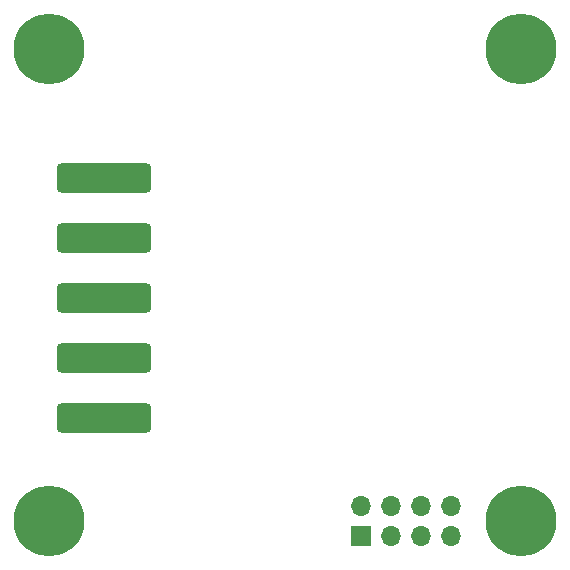
<source format=gbr>
%TF.GenerationSoftware,KiCad,Pcbnew,8.0.8*%
%TF.CreationDate,2025-02-23T10:11:51-08:00*%
%TF.ProjectId,bts7960 adapter,62747337-3936-4302-9061-646170746572,rev?*%
%TF.SameCoordinates,Original*%
%TF.FileFunction,Soldermask,Bot*%
%TF.FilePolarity,Negative*%
%FSLAX46Y46*%
G04 Gerber Fmt 4.6, Leading zero omitted, Abs format (unit mm)*
G04 Created by KiCad (PCBNEW 8.0.8) date 2025-02-23 10:11:51*
%MOMM*%
%LPD*%
G01*
G04 APERTURE LIST*
G04 Aperture macros list*
%AMRoundRect*
0 Rectangle with rounded corners*
0 $1 Rounding radius*
0 $2 $3 $4 $5 $6 $7 $8 $9 X,Y pos of 4 corners*
0 Add a 4 corners polygon primitive as box body*
4,1,4,$2,$3,$4,$5,$6,$7,$8,$9,$2,$3,0*
0 Add four circle primitives for the rounded corners*
1,1,$1+$1,$2,$3*
1,1,$1+$1,$4,$5*
1,1,$1+$1,$6,$7*
1,1,$1+$1,$8,$9*
0 Add four rect primitives between the rounded corners*
20,1,$1+$1,$2,$3,$4,$5,0*
20,1,$1+$1,$4,$5,$6,$7,0*
20,1,$1+$1,$6,$7,$8,$9,0*
20,1,$1+$1,$8,$9,$2,$3,0*%
G04 Aperture macros list end*
%ADD10RoundRect,0.410105X3.589895X-0.839895X3.589895X0.839895X-3.589895X0.839895X-3.589895X-0.839895X0*%
%ADD11C,6.000000*%
%ADD12R,1.700000X1.700000*%
%ADD13O,1.700000X1.700000*%
G04 APERTURE END LIST*
D10*
%TO.C,J1*%
X4680000Y-31300000D03*
X4680000Y-26220000D03*
X4680000Y-21140000D03*
X4680000Y-16060000D03*
X4680000Y-10980000D03*
%TD*%
D11*
%TO.C,REF\u002A\u002A*%
X0Y0D03*
%TD*%
%TO.C,REF\u002A\u002A*%
X40000000Y-40000000D03*
%TD*%
%TO.C,REF\u002A\u002A*%
X40000000Y0D03*
%TD*%
%TO.C,REF\u002A\u002A*%
X0Y-40000000D03*
%TD*%
D12*
%TO.C,J2*%
X26380000Y-41270000D03*
D13*
X26380000Y-38730000D03*
X28920000Y-41270000D03*
X28920000Y-38730000D03*
X31460000Y-41270000D03*
X31460000Y-38730000D03*
X34000000Y-41270000D03*
X34000000Y-38730000D03*
%TD*%
M02*

</source>
